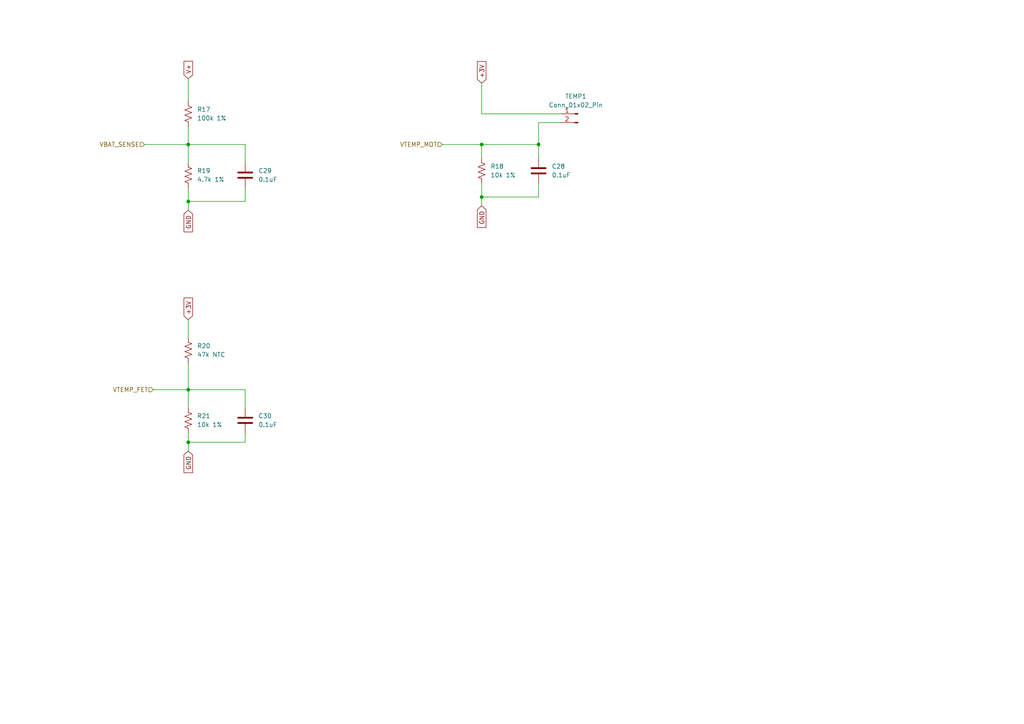
<source format=kicad_sch>
(kicad_sch (version 20230121) (generator eeschema)
  (paper "A4")
  (title_block (title "moteus-c1") (rev "1.0"))
  (lib_symbols
    (symbol "Connector:Conn_01x02_Pin" (pin_names (offset 1.016) hide)
      (property "Reference" "J" (at 0 2.54 0))
      (property "Value" "Conn_01x02_Pin" (at 0 -5.08 0))
      (symbol "Conn_01x02_Pin_1_1"
        (polyline (pts (xy 1.27 -2.54) (xy 0.8636 -2.54)) (stroke (width 0.1524)))
        (polyline (pts (xy 1.27 0) (xy 0.8636 0)) (stroke (width 0.1524)))
        (rectangle (start 0.8636 -2.413) (end 0 -2.667) (stroke (width 0.1524)) (fill (type outline)))
        (rectangle (start 0.8636 0.127) (end 0 -0.127) (stroke (width 0.1524)) (fill (type outline)))
        (pin passive line (at 5.08 0 180) (length 3.81) (name "Pin_1") (number "1"))
        (pin passive line (at 5.08 -2.54 180) (length 3.81) (name "Pin_2") (number "2"))
      )
    )
    (symbol "Device:C" (pin_numbers hide) (pin_names (offset 0.254))
      (property "Reference" "C" (at 0.635 2.54 0))
      (property "Value" "C" (at 0.635 -2.54 0))
      (symbol "C_0_1"
        (polyline (pts (xy -2.032 -0.762) (xy 2.032 -0.762)) (stroke (width 0.508)))
        (polyline (pts (xy -2.032 0.762) (xy 2.032 0.762)) (stroke (width 0.508)))
      )
      (symbol "C_1_1"
        (pin passive line (at 0 3.81 270) (length 2.794) (name "~") (number "1"))
        (pin passive line (at 0 -3.81 90) (length 2.794) (name "~") (number "2"))
      )
    )
    (symbol "Device:R_US" (pin_numbers hide) (pin_names (offset 0))
      (property "Reference" "R" (at 2.54 0 90))
      (property "Value" "R_US" (at -2.54 0 90))
      (symbol "R_US_0_1"
        (polyline (pts (xy 0 -2.286) (xy 0 -2.54)))
        (polyline (pts (xy 0 2.286) (xy 0 2.54)))
        (polyline (pts (xy 0 -0.762) (xy 1.016 -1.143) (xy 0 -1.524) (xy -1.016 -1.905) (xy 0 -2.286)))
        (polyline (pts (xy 0 0.762) (xy 1.016 0.381) (xy 0 0) (xy -1.016 -0.381) (xy 0 -0.762)))
        (polyline (pts (xy 0 2.286) (xy 1.016 1.905) (xy 0 1.524) (xy -1.016 1.143) (xy 0 0.762)))
      )
      (symbol "R_US_1_1"
        (pin passive line (at 0 3.81 270) (length 1.27) (name "~") (number "1"))
        (pin passive line (at 0 -3.81 90) (length 1.27) (name "~") (number "2"))
      )
    )
  )
  (junction (at 54.61 113.03))
  (junction (at 139.7 57.15))
  (junction (at 156.21 41.91))
  (junction (at 139.7 41.91))
  (junction (at 54.61 41.91))
  (junction (at 54.61 128.27))
  (junction (at 54.61 58.42))
  (wire (pts (xy 54.61 58.42) (xy 54.61 60.96)))
  (wire (pts (xy 54.61 36.83) (xy 54.61 41.91)))
  (wire (pts (xy 139.7 57.15) (xy 139.7 59.69)))
  (wire (pts (xy 54.61 92.71) (xy 54.61 97.79)))
  (wire (pts (xy 139.7 53.34) (xy 139.7 57.15)))
  (wire (pts (xy 139.7 41.91) (xy 139.7 45.72)))
  (wire (pts (xy 128.27 41.91) (xy 139.7 41.91)))
  (wire (pts (xy 139.7 57.15) (xy 156.21 57.15)))
  (wire (pts (xy 156.21 35.56) (xy 162.56 35.56)))
  (wire (pts (xy 54.61 113.03) (xy 54.61 118.11)))
  (wire (pts (xy 71.12 58.42) (xy 71.12 54.61)))
  (wire (pts (xy 54.61 41.91) (xy 54.61 46.99)))
  (wire (pts (xy 54.61 54.61) (xy 54.61 58.42)))
  (wire (pts (xy 156.21 41.91) (xy 156.21 45.72)))
  (wire (pts (xy 71.12 128.27) (xy 71.12 125.73)))
  (wire (pts (xy 54.61 41.91) (xy 71.12 41.91)))
  (wire (pts (xy 54.61 58.42) (xy 71.12 58.42)))
  (wire (pts (xy 139.7 33.02) (xy 162.56 33.02)))
  (wire (pts (xy 54.61 128.27) (xy 54.61 130.81)))
  (wire (pts (xy 139.7 41.91) (xy 156.21 41.91)))
  (wire (pts (xy 54.61 22.86) (xy 54.61 29.21)))
  (wire (pts (xy 139.7 24.13) (xy 139.7 33.02)))
  (wire (pts (xy 54.61 128.27) (xy 71.12 128.27)))
  (wire (pts (xy 44.45 113.03) (xy 54.61 113.03)))
  (wire (pts (xy 156.21 57.15) (xy 156.21 53.34)))
  (wire (pts (xy 54.61 113.03) (xy 71.12 113.03)))
  (wire (pts (xy 54.61 105.41) (xy 54.61 113.03)))
  (wire (pts (xy 71.12 46.99) (xy 71.12 41.91)))
  (wire (pts (xy 41.91 41.91) (xy 54.61 41.91)))
  (wire (pts (xy 54.61 125.73) (xy 54.61 128.27)))
  (wire (pts (xy 71.12 113.03) (xy 71.12 118.11)))
  (wire (pts (xy 156.21 41.91) (xy 156.21 35.56)))
  (global_label "+3V" (shape input) (at 54.61 92.71 90) (property "Intersheetrefs" "${INTERSHEET_REFS}" (effects hide)))
  (global_label "V+" (shape input) (at 54.61 22.86 90) (property "Intersheetrefs" "${INTERSHEET_REFS}" (effects hide)))
  (global_label "+3V" (shape input) (at 139.7 24.13 90) (property "Intersheetrefs" "${INTERSHEET_REFS}" (effects hide)))
  (global_label "GND" (shape input) (at 54.61 60.96 270) (property "Intersheetrefs" "${INTERSHEET_REFS}" (effects hide)))
  (global_label "GND" (shape input) (at 54.61 130.81 270) (property "Intersheetrefs" "${INTERSHEET_REFS}" (effects hide)))
  (global_label "GND" (shape input) (at 139.7 59.69 270) (property "Intersheetrefs" "${INTERSHEET_REFS}" (effects hide)))
  (hierarchical_label "VTEMP_MOT" (shape input) (at 128.27 41.91 180))
  (hierarchical_label "VBAT_SENSE" (shape input) (at 41.91 41.91 180))
  (hierarchical_label "VTEMP_FET" (shape input) (at 44.45 113.03 180))
  (symbol (lib_id "Connector:Conn_01x02_Pin") (at 167.64 33.02 0) (mirror y) (unit 1) (in_bom no)
    (property "Reference" "TEMP1" (at 167.005 27.94 0))
    (property "Value" "Conn_01x02_Pin" (at 167.005 30.48 0))
    (property "Footprint" "Connector_PinHeader_2.00mm:PinHeader_1x02_P2.00mm_Vertical" (effects hide))
  )
  (symbol (lib_id "Device:C") (at 71.12 121.92 0) (unit 1)
    (property "Reference" "C30" (at 74.93 120.65 0) (effects (justify left)))
    (property "Value" "0.1uF" (at 74.93 123.19 0) (effects (justify left)))
    (property "Footprint" "Capacitor_SMD:C_0402_1005Metric" (effects hide))
    (property "MPN" "MF-CAP-0402-0.1uF" (effects hide))
    (property "POPULATE" "1" (effects hide))
  )
  (symbol (lib_id "Device:R_US") (at 54.61 50.8 0) (unit 1)
    (property "Reference" "R19" (at 57.15 49.53 0) (effects (justify left)))
    (property "Value" "4.7k 1%" (at 57.15 52.07 0) (effects (justify left)))
    (property "Footprint" "Resistor_SMD:R_0402_1005Metric" (effects hide))
    (property "MPN" "RC0402FR-074K7L" (effects hide))
    (property "MF" "YAGEO" (effects hide))
    (property "POPULATE" "1" (effects hide))
  )
  (symbol (lib_id "Device:R_US") (at 54.61 121.92 0) (unit 1)
    (property "Reference" "R21" (at 57.15 120.65 0) (effects (justify left)))
    (property "Value" "10k 1%" (at 57.15 123.19 0) (effects (justify left)))
    (property "Footprint" "Resistor_SMD:R_0402_1005Metric" (effects hide))
    (property "MPN" "RC0402FR-0710KL" (effects hide))
    (property "MF" "YAGEO" (effects hide))
    (property "POPULATE" "1" (effects hide))
  )
  (symbol (lib_id "Device:R_US") (at 139.7 49.53 0) (unit 1)
    (property "Reference" "R18" (at 142.24 48.26 0) (effects (justify left)))
    (property "Value" "10k 1%" (at 142.24 50.8 0) (effects (justify left)))
    (property "Footprint" "Resistor_SMD:R_0402_1005Metric" (effects hide))
    (property "MPN" "RC0402FR-0710KL" (effects hide))
    (property "MF" "YAGEO" (effects hide))
    (property "POPULATE" "1" (effects hide))
  )
  (symbol (lib_id "Device:C") (at 71.12 50.8 0) (unit 1)
    (property "Reference" "C29" (at 74.93 49.53 0) (effects (justify left)))
    (property "Value" "0.1uF" (at 74.93 52.07 0) (effects (justify left)))
    (property "Footprint" "Capacitor_SMD:C_0402_1005Metric" (effects hide))
    (property "MPN" "MF-CAP-0402-0.1uF" (effects hide))
    (property "POPULATE" "1" (effects hide))
  )
  (symbol (lib_id "Device:R_US") (at 54.61 101.6 0) (unit 1)
    (property "Reference" "R20" (at 57.15 100.33 0) (effects (justify left)))
    (property "Value" "47k NTC" (at 57.15 102.87 0) (effects (justify left)))
    (property "Footprint" "Resistor_SMD:R_0402_1005Metric" (effects hide))
    (property "MPN" "NCP15WB473F03RC" (effects hide))
    (property "MF" "MURATA" (effects hide))
    (property "POPULATE" "1" (effects hide))
  )
  (symbol (lib_id "Device:C") (at 156.21 49.53 0) (unit 1)
    (property "Reference" "C28" (at 160.02 48.26 0) (effects (justify left)))
    (property "Value" "0.1uF" (at 160.02 50.8 0) (effects (justify left)))
    (property "Footprint" "Capacitor_SMD:C_0402_1005Metric" (effects hide))
    (property "MPN" "MF-CAP-0402-0.1uF" (effects hide))
    (property "POPULATE" "1" (effects hide))
  )
  (symbol (lib_id "Device:R_US") (at 54.61 33.02 0) (unit 1)
    (property "Reference" "R17" (at 57.15 31.75 0) (effects (justify left)))
    (property "Value" "100k 1%" (at 57.15 34.29 0) (effects (justify left)))
    (property "Footprint" "Resistor_SMD:R_0402_1005Metric" (effects hide))
    (property "MPN" "RC0402FR-07100KL" (effects hide))
    (property "MF" "YAGEO" (effects hide))
    (property "POPULATE" "1" (effects hide))
  )
)
</source>
